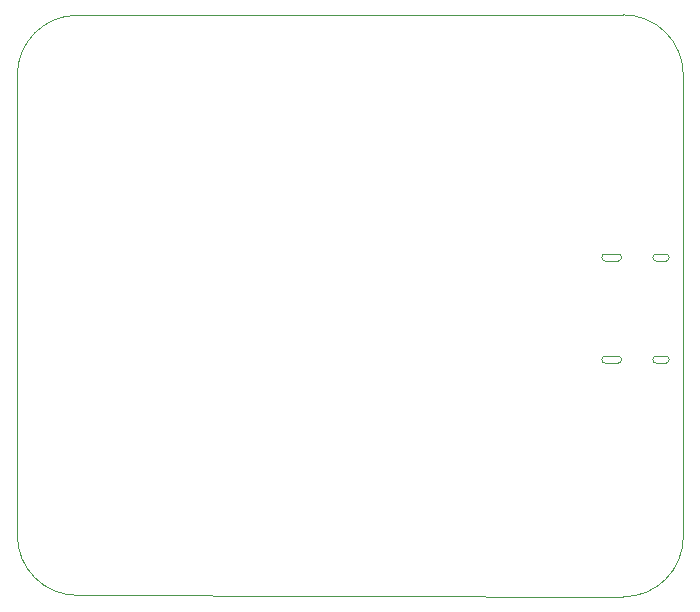
<source format=gbr>
%TF.GenerationSoftware,KiCad,Pcbnew,(6.0.6)*%
%TF.CreationDate,2024-06-26T22:32:41-07:00*%
%TF.ProjectId,rocketBeaconModule,726f636b-6574-4426-9561-636f6e4d6f64,rev?*%
%TF.SameCoordinates,Original*%
%TF.FileFunction,Profile,NP*%
%FSLAX46Y46*%
G04 Gerber Fmt 4.6, Leading zero omitted, Abs format (unit mm)*
G04 Created by KiCad (PCBNEW (6.0.6)) date 2024-06-26 22:32:41*
%MOMM*%
%LPD*%
G01*
G04 APERTURE LIST*
%TA.AperFunction,Profile*%
%ADD10C,0.100000*%
%TD*%
%TA.AperFunction,Profile*%
%ADD11C,0.010000*%
%TD*%
G04 APERTURE END LIST*
D10*
X179070000Y-115443000D02*
X225298000Y-115570000D01*
X230378000Y-71374000D02*
X230378000Y-110490000D01*
X179070000Y-66329946D02*
X225298000Y-66294000D01*
X173990000Y-110363000D02*
G75*
G03*
X179070000Y-115443000I5080000J0D01*
G01*
X230378000Y-71374000D02*
G75*
G03*
X225298000Y-66294000I-5080000J0D01*
G01*
X173989465Y-71410481D02*
X173990000Y-110363000D01*
X179070000Y-66329965D02*
G75*
G03*
X173989465Y-71410481I0J-5080535D01*
G01*
X225298000Y-115570000D02*
G75*
G03*
X230378000Y-110490000I0J5080000D01*
G01*
D11*
%TO.C,J1*%
X228084500Y-86533000D02*
X228884500Y-86533000D01*
X224864500Y-95783000D02*
X223764500Y-95783000D01*
X223764500Y-86533000D02*
X224864500Y-86533000D01*
X223764500Y-95183000D02*
X224864500Y-95183000D01*
X228884500Y-95783000D02*
X228084500Y-95783000D01*
X228884500Y-87133000D02*
X228084500Y-87133000D01*
X224864500Y-87133000D02*
X223764500Y-87133000D01*
X228084500Y-95183000D02*
X228884500Y-95183000D01*
X227784500Y-86833000D02*
G75*
G03*
X228084500Y-87133000I300000J0D01*
G01*
X228084500Y-86533000D02*
G75*
G03*
X227784500Y-86833000I0J-300000D01*
G01*
X228084500Y-95183000D02*
G75*
G03*
X227784500Y-95483000I0J-300000D01*
G01*
X228884500Y-95783000D02*
G75*
G03*
X229184500Y-95483000I0J300000D01*
G01*
X225164500Y-95483000D02*
G75*
G03*
X224864500Y-95183000I-300000J0D01*
G01*
X223464500Y-95483000D02*
G75*
G03*
X223764500Y-95783000I300000J0D01*
G01*
X228884500Y-87133000D02*
G75*
G03*
X229184500Y-86833000I0J300000D01*
G01*
X224864500Y-95783000D02*
G75*
G03*
X225164500Y-95483000I0J300000D01*
G01*
X223764500Y-95183000D02*
G75*
G03*
X223464500Y-95483000I0J-300000D01*
G01*
X223764500Y-86533000D02*
G75*
G03*
X223464500Y-86833000I0J-300000D01*
G01*
X229184500Y-86833000D02*
G75*
G03*
X228884500Y-86533000I-300000J0D01*
G01*
X227784500Y-95483000D02*
G75*
G03*
X228084500Y-95783000I300000J0D01*
G01*
X223464500Y-86833000D02*
G75*
G03*
X223764500Y-87133000I300000J0D01*
G01*
X224864500Y-87133000D02*
G75*
G03*
X225164500Y-86833000I0J300000D01*
G01*
X225164500Y-86833000D02*
G75*
G03*
X224864500Y-86533000I-300000J0D01*
G01*
X229184500Y-95483000D02*
G75*
G03*
X228884500Y-95183000I-300000J0D01*
G01*
%TD*%
M02*

</source>
